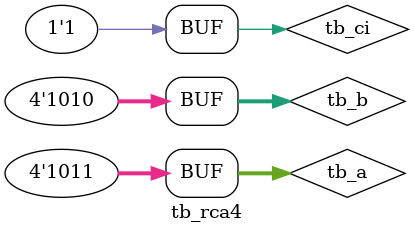
<source format=v>
`timescale 1ns/100ps// set timescale 1ns/100ps

module tb_rca4; // testbench module name tb_rca4
	reg[3:0] tb_a, tb_b; // 3bit reg 
	reg tb_ci;// 1bit reg
	wire [3:0] tb_s; // 3bit wire
	wire tb_co;// 1bit wire
	
	// instance module name test_rca4, use rca4 module
	rca4 test_rca4(.a(tb_a), .b(tb_b), .ci(tb_ci), .co(tb_co), .s(tb_s));
	
	// directed Verification case ,detail in report 
	
	initial begin 
			  tb_a = 4'b0001; tb_b = 4'b0001; tb_ci = 1'b0; //  carry in 0, check s value co value is correct, case 1,2 check rca adder operate add bits properly.
		#10; tb_a = 4'b0001; tb_b = 4'b0001; tb_ci = 1'b1; //  carry in 1, check s value, co value, is correct,
		
		
		#10; tb_a = 4'b1010; tb_b = 4'b0101; tb_ci = 1'b0; // check all bit value is 1111, carry_in is 0
		#10; tb_a = 4'b1111; tb_b = 4'b0000; tb_ci = 1'b1; // check overflow in rca4
		// unsigned signed case add
		
			
		#10; tb_a=4'b1001; tb_b =4'b0010; tb_ci = 1'b0; //check positive add negative bits
		#10; tb_a=4'b1011; tb_b =4'b1010; tb_ci = 1'b0; //check negativebits add negative bitsoverflow occur, SUM =5, carry_out =1
		#10; tb_a=4'b1001; tb_b =4'b0010; tb_ci = 1'b1; // if ci =1,  test case
		#10; tb_a=4'b1011; tb_b =4'b1010; tb_ci = 1'b1; // if ci =1 , test case
		#10; 
	end
endmodule 

</source>
